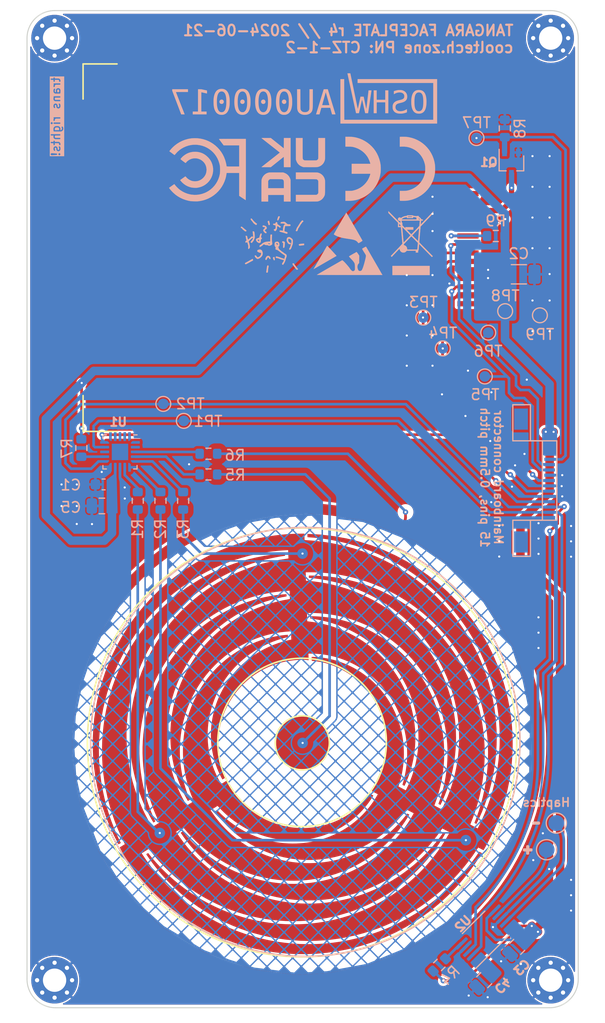
<source format=kicad_pcb>
(kicad_pcb
	(version 20240108)
	(generator "pcbnew")
	(generator_version "8.0")
	(general
		(thickness 1.6)
		(legacy_teardrops yes)
	)
	(paper "A4")
	(title_block
		(comment 4 "AISLER Project ID: UHMYFJNI")
	)
	(layers
		(0 "F.Cu" signal)
		(31 "B.Cu" signal)
		(32 "B.Adhes" user "B.Adhesive")
		(33 "F.Adhes" user "F.Adhesive")
		(34 "B.Paste" user)
		(35 "F.Paste" user)
		(36 "B.SilkS" user "B.Silkscreen")
		(37 "F.SilkS" user "F.Silkscreen")
		(38 "B.Mask" user)
		(39 "F.Mask" user)
		(40 "Dwgs.User" user "User.Drawings")
		(41 "Cmts.User" user "User.Comments")
		(42 "Eco1.User" user "User.Eco1")
		(43 "Eco2.User" user "User.Eco2")
		(44 "Edge.Cuts" user)
		(45 "Margin" user)
		(46 "B.CrtYd" user "B.Courtyard")
		(47 "F.CrtYd" user "F.Courtyard")
		(48 "B.Fab" user)
		(49 "F.Fab" user)
		(50 "User.1" user)
		(51 "User.2" user)
		(52 "User.3" user)
		(53 "User.4" user)
		(54 "User.5" user)
		(55 "User.6" user)
		(56 "User.7" user)
		(57 "User.8" user)
		(58 "User.9" user)
	)
	(setup
		(stackup
			(layer "F.SilkS"
				(type "Top Silk Screen")
			)
			(layer "F.Paste"
				(type "Top Solder Paste")
			)
			(layer "F.Mask"
				(type "Top Solder Mask")
				(thickness 0.01)
			)
			(layer "F.Cu"
				(type "copper")
				(thickness 0.035)
			)
			(layer "dielectric 1"
				(type "core")
				(thickness 1.51)
				(material "FR4")
				(epsilon_r 4.5)
				(loss_tangent 0.02)
			)
			(layer "B.Cu"
				(type "copper")
				(thickness 0.035)
			)
			(layer "B.Mask"
				(type "Bottom Solder Mask")
				(thickness 0.01)
			)
			(layer "B.Paste"
				(type "Bottom Solder Paste")
			)
			(layer "B.SilkS"
				(type "Bottom Silk Screen")
			)
			(copper_finish "None")
			(dielectric_constraints no)
		)
		(pad_to_mask_clearance 0)
		(allow_soldermask_bridges_in_footprints no)
		(aux_axis_origin 134.3 51.25)
		(pcbplotparams
			(layerselection 0x00010fc_ffffffff)
			(plot_on_all_layers_selection 0x0000000_00000000)
			(disableapertmacros no)
			(usegerberextensions no)
			(usegerberattributes yes)
			(usegerberadvancedattributes yes)
			(creategerberjobfile yes)
			(dashed_line_dash_ratio 12.000000)
			(dashed_line_gap_ratio 3.000000)
			(svgprecision 6)
			(plotframeref no)
			(viasonmask no)
			(mode 1)
			(useauxorigin no)
			(hpglpennumber 1)
			(hpglpenspeed 20)
			(hpglpendiameter 15.000000)
			(pdf_front_fp_property_popups yes)
			(pdf_back_fp_property_popups yes)
			(dxfpolygonmode yes)
			(dxfimperialunits yes)
			(dxfusepcbnewfont yes)
			(psnegative no)
			(psa4output no)
			(plotreference yes)
			(plotvalue yes)
			(plotfptext yes)
			(plotinvisibletext no)
			(sketchpadsonfab no)
			(subtractmaskfromsilk no)
			(outputformat 1)
			(mirror no)
			(drillshape 0)
			(scaleselection 1)
			(outputdirectory "./gerbers2/")
		)
	)
	(net 0 "")
	(net 1 "Net-(U2-REG)")
	(net 2 "Net-(J2-Pin_1)")
	(net 3 "Net-(SW2-Pin_1)")
	(net 4 "GND")
	(net 5 "+3V3")
	(net 6 "/SCL")
	(net 7 "/SDA")
	(net 8 "/TOUCH_INT")
	(net 9 "/PICO")
	(net 10 "Net-(LCD1-RESET)")
	(net 11 "/SCLK")
	(net 12 "/CS")
	(net 13 "/RS")
	(net 14 "/LED_ENABLE")
	(net 15 "Net-(SW2-Pin_2)")
	(net 16 "Net-(SW2-Pin_3)")
	(net 17 "Net-(LCD1-LEDK)")
	(net 18 "Net-(J1-Pin_1)")
	(net 19 "Net-(U1-KEY0)")
	(net 20 "Net-(SW1-Pin_1)")
	(net 21 "Net-(U1-KEY1)")
	(net 22 "Net-(SW3-Pin_1)")
	(net 23 "Net-(U1-KEY2)")
	(net 24 "Net-(U2-EN)")
	(net 25 "Net-(U1-KEY3)")
	(net 26 "Net-(U1-KEY4)")
	(net 27 "Net-(U1-~{RESET})")
	(net 28 "unconnected-(U1-KEY6-Pad1)")
	(net 29 "unconnected-(U1-KEY5-Pad2)")
	(net 30 "unconnected-(U1-NC-Pad13)")
	(net 31 "unconnected-(U1-KEY11-Pad16)")
	(net 32 "unconnected-(U1-KEY10-Pad17)")
	(net 33 "unconnected-(U1-KEY9-Pad18)")
	(net 34 "unconnected-(U1-KEY8-Pad19)")
	(net 35 "unconnected-(U1-KEY7-Pad20)")
	(footprint "faceplate-footprints:qtouch-wheel" (layer "F.Cu") (at 157.687776 117.890948 -148))
	(footprint "faceplate-footprints:qtouch-guard" (layer "F.Cu") (at 157.7 117.885573 -10))
	(footprint "MountingHole:MountingHole_2.2mm_M2_Pad_Via" (layer "F.Cu") (at 134.3 140.2))
	(footprint "MountingHole:MountingHole_2.2mm_M2_Pad_Via" (layer "F.Cu") (at 134.3 51.25))
	(footprint "faceplate-footprints:qtouch-button" (layer "F.Cu") (at 157.7 117.8))
	(footprint "MountingHole:MountingHole_2.2mm_M2_Pad_Via" (layer "F.Cu") (at 181.1 51.25))
	(footprint "faceplate-footprints:JD-T1800" (layer "F.Cu") (at 160.199674 71.131556 90))
	(footprint "MountingHole:MountingHole_2.2mm_M2_Pad_Via" (layer "F.Cu") (at 181.1 140.2))
	(footprint "Resistor_SMD:R_0603_1608Metric" (layer "B.Cu") (at 148.811943 90.492976 180))
	(footprint "footprints:oshwa-cert" (layer "B.Cu") (at 157.889132 56.948653 180))
	(footprint "kibuzzard-63E31E57" (layer "B.Cu") (at 179.735836 125.364791 180))
	(footprint "Resistor_SMD:R_0603_1608Metric" (layer "B.Cu") (at 136.825416 89.950281 90))
	(footprint "Resistor_SMD:R_0603_1608Metric" (layer "B.Cu") (at 146.428429 94.932465 90))
	(footprint "TestPoint:TestPoint_Pad_D1.0mm" (layer "B.Cu") (at 175.211463 79.058913 180))
	(footprint "Resistor_SMD:R_0603_1608Metric" (layer "B.Cu") (at 176.775 59.775 90))
	(footprint "TestPoint:TestPoint_Pad_D1.0mm"
		(layer "B.Cu")
		(uuid "43a73776-c086-4e87-9a35-378fa4f57760")
		(at 180.083484 77.421033 180)
		(descr "SMD pad as test Point, diameter 1.0mm")
		(tags "test point SMD pad")
		(property "Reference" "TP9"
			(at 0.011537 -1.806981 0)
			(layer "B.SilkS")
			(uuid "86880511-eb28-40d5-be81-3c938de1cab4")
			(effects
				(font
					(size 1 1)
					(thickness 0.15)
				)
				(justify mirror)
			)
		)
		(property "Value" "GND"
			(at 0 -1.55 0)
			(layer "B.Fab")
			(uuid "2a2dc110-4d0b-426d-a931-534ef3a27a49")
			(effects
				(font
					(size 1 1)
					(thickness 0.15)
				)
				(justify mirror)
			)
		)
		(property "Footprint" "TestPoint:TestPoint_Pad_D1.0mm"
			(at 0 0 180)
			(unlocked yes)
			(layer "F.Fab")
			(hide yes)
			(uuid "16dd842c-e067-4498-8212-eaddb7339454")
			(effects
				(font
					(size 1.27 1.27)
				)
			)
		)
		(property "Datasheet" ""
			(at 0 0 180)
			(unlocked yes)
			(layer "F.Fab")
			(hide yes)
			(uuid "2ea4b1b8-9a7f-4fed-9c59-ee6e8eba7303")
			(effects
				(font
					(size 1.27 1.27)
				)
			)
		)
		(property "Description" "test point"
			(at 0 0 180)
			(unlocked yes)
			(layer "F.Fab")
			(hide yes)
			(uuid "115fe5c3-685a-4094-80a5-7ea912e38e12")
			(effects
				(font
					(size 1.27 1.27)
				)
			)
		)
		(path "/cbc8dba9-39f7-4d7c-ba55-f067d26d5090")
		(sheetfile "tangara-faceplate.kicad_sch")

... [841802 chars truncated]
</source>
